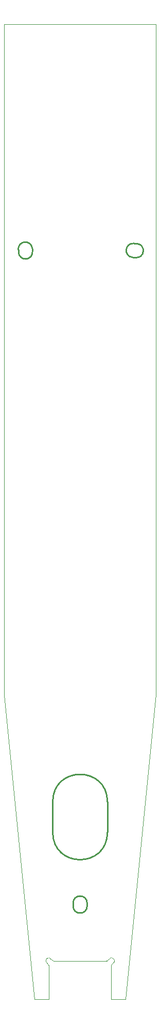
<source format=gbr>
%TF.GenerationSoftware,KiCad,Pcbnew,(6.0.4-0)*%
%TF.CreationDate,2022-11-29T11:04:19+01:00*%
%TF.ProjectId,ControllerBoard,436f6e74-726f-46c6-9c65-72426f617264,rev?*%
%TF.SameCoordinates,Original*%
%TF.FileFunction,Profile,NP*%
%FSLAX46Y46*%
G04 Gerber Fmt 4.6, Leading zero omitted, Abs format (unit mm)*
G04 Created by KiCad (PCBNEW (6.0.4-0)) date 2022-11-29 11:04:19*
%MOMM*%
%LPD*%
G01*
G04 APERTURE LIST*
%TA.AperFunction,Profile*%
%ADD10C,0.250000*%
%TD*%
%TA.AperFunction,Profile*%
%ADD11C,0.100000*%
%TD*%
%TA.AperFunction,Profile*%
%ADD12C,0.010000*%
%TD*%
G04 APERTURE END LIST*
D10*
X106150000Y-147583439D02*
G75*
G03*
X115150000Y-147583439I4500000J0D01*
G01*
X102775092Y-51758825D02*
X102816866Y-52257077D01*
X106150000Y-142583439D02*
X106150000Y-147583439D01*
X119496954Y-50937165D02*
X119995206Y-50978939D01*
D11*
X115800000Y-175000000D02*
X118150000Y-175000000D01*
D10*
X111800000Y-159199815D02*
X111800000Y-159699815D01*
D11*
X103150000Y-175000000D02*
X98150000Y-125000000D01*
D10*
X119803049Y-53270866D02*
G75*
G03*
X119995206Y-50978939I96051J1145966D01*
G01*
X119496962Y-50937072D02*
G75*
G03*
X119304794Y-53229124I-96062J-1146028D01*
G01*
X119304794Y-53229124D02*
X119803046Y-53270898D01*
D11*
X123150000Y-125000000D02*
X123150000Y-15000000D01*
X98150000Y-125000000D02*
X98150000Y-15000000D01*
D10*
X109500000Y-159199815D02*
X109500000Y-159699815D01*
X111800000Y-159199815D02*
G75*
G03*
X109500000Y-159199815I-1150000J0D01*
G01*
X100483134Y-51950986D02*
X100524908Y-52449238D01*
X102775067Y-51758827D02*
G75*
G03*
X100483134Y-51950986I-1145967J-96073D01*
G01*
X115150000Y-142583439D02*
X115150000Y-147583439D01*
X100524927Y-52449236D02*
G75*
G03*
X102816866Y-52257077I1145973J96036D01*
G01*
D11*
X105500000Y-175000000D02*
X103150000Y-175000000D01*
X123150000Y-125000000D02*
X118150000Y-175000000D01*
D10*
X109500000Y-159699815D02*
G75*
G03*
X111800000Y-159699815I1150000J0D01*
G01*
X115150000Y-142583439D02*
G75*
G03*
X106150000Y-142583439I-4500000J0D01*
G01*
D11*
X123150000Y-15000000D02*
X98150000Y-15000000D01*
D12*
%TO.C,J2*%
X106241620Y-168700000D02*
X115058380Y-168700000D01*
X115800000Y-175000000D02*
X115800000Y-169441620D01*
X105500000Y-169441620D02*
X105500000Y-175000000D01*
X105963510Y-168512501D02*
G75*
G03*
X105312500Y-169163510I-463509J-187500D01*
G01*
X105963510Y-168512500D02*
G75*
G03*
X106241620Y-168700010I278114J112494D01*
G01*
X115058380Y-168699984D02*
G75*
G03*
X115336490Y-168512500I20J299984D01*
G01*
X105500000Y-169441620D02*
G75*
G03*
X105312500Y-169163510I-300004J0D01*
G01*
X115987490Y-169163486D02*
G75*
G03*
X115799990Y-169441620I112510J-278114D01*
G01*
X115987499Y-169163510D02*
G75*
G03*
X115336490Y-168512500I-187339J463670D01*
G01*
%TD*%
M02*

</source>
